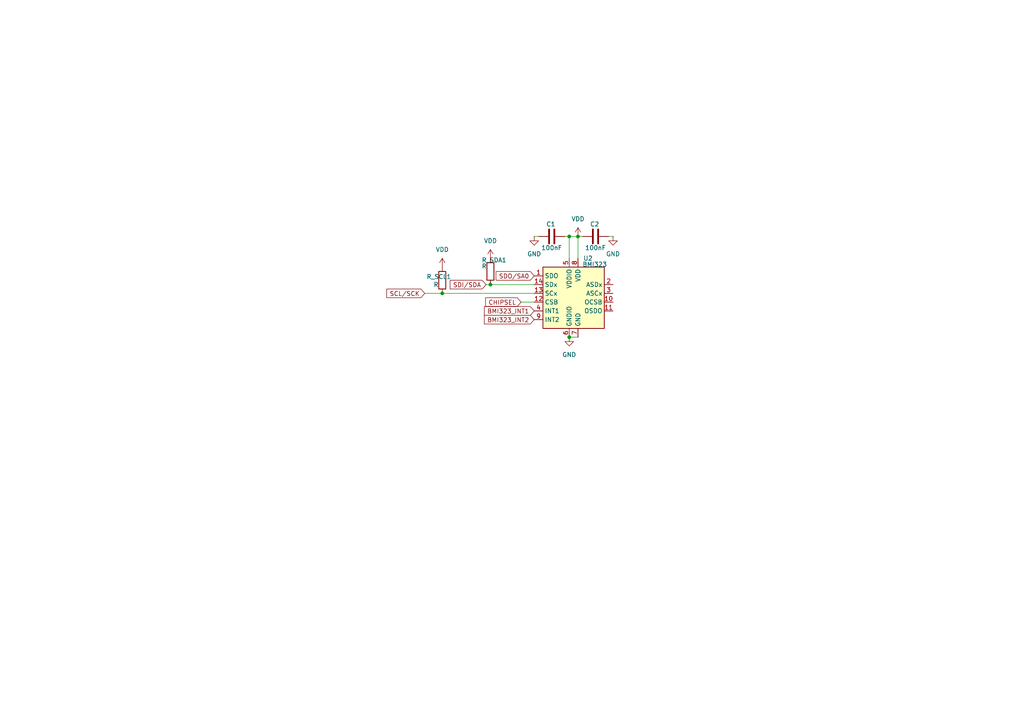
<source format=kicad_sch>
(kicad_sch (version 20250114) (generator "eeschema") (generator_version "9.0")
  (paper "A4")
  (lib_symbols
    (symbol "Device:C" (pin_numbers (hide yes)) (pin_names (offset 0.254))
      (property "Reference" "C" (at 0.635 2.54 0))
      (property "Value" "C" (at 0.635 -2.54 0))
      (symbol "C_0_1"
        (polyline (pts (xy -2.032 0.762) (xy 2.032 0.762)) (stroke (width 0.508)))
        (polyline (pts (xy -2.032 -0.762) (xy 2.032 -0.762)) (stroke (width 0.508)))
      )
      (symbol "C_1_1"
        (pin passive line (at 0 3.81 270) (length 2.794) (name "~") (number "1"))
        (pin passive line (at 0 -3.81 90) (length 2.794) (name "~") (number "2"))
      )
    )
    (symbol "Device:R" (pin_numbers (hide yes)) (pin_names (offset 0))
      (property "Reference" "R" (at 2.032 0 90))
      (property "Value" "R" (at 0 0 90))
      (symbol "R_0_1"
        (rectangle (start -1.016 -2.54) (end 1.016 2.54) (stroke (width 0.254)))
      )
      (symbol "R_1_1"
        (pin passive line (at 0 3.81 270) (length 1.27) (name "~") (number "1"))
        (pin passive line (at 0 -3.81 90) (length 1.27) (name "~") (number "2"))
      )
    )
    (symbol "Sensor_Motion:BMI160"
      (property "Reference" "U" (at -10.16 8.89 0))
      (property "Value" "BMI160" (at 7.62 8.89 0))
      (symbol "BMI160_1_1"
        (rectangle (start -10.16 7.62) (end 7.62 -10.16) (stroke (width 0.254)) (fill (type background)))
        (pin bidirectional line (at -12.7 5.08 0) (length 2.54) (name "SDO") (number "1"))
        (pin bidirectional line (at -12.7 2.54 0) (length 2.54) (name "SDx") (number "14"))
        (pin input line (at -12.7 0 0) (length 2.54) (name "SCx") (number "13"))
        (pin input line (at -12.7 -2.54 0) (length 2.54) (name "CSB") (number "12"))
        (pin bidirectional line (at -12.7 -5.08 0) (length 2.54) (name "INT1") (number "4"))
        (pin bidirectional line (at -12.7 -7.62 0) (length 2.54) (name "INT2") (number "9"))
        (pin power_in line (at -2.54 10.16 270) (length 2.54) (name "VDDIO") (number "5"))
        (pin power_in line (at -2.54 -12.7 90) (length 2.54) (name "GNDIO") (number "6"))
        (pin power_in line (at 0 10.16 270) (length 2.54) (name "VDD") (number "8"))
        (pin power_in line (at 0 -12.7 90) (length 2.54) (name "GND") (number "7"))
        (pin bidirectional line (at 10.16 2.54 180) (length 2.54) (name "ASDx") (number "2"))
        (pin output line (at 10.16 0 180) (length 2.54) (name "ASCx") (number "3"))
        (pin bidirectional line (at 10.16 -2.54 180) (length 2.54) (name "OCSB") (number "10"))
        (pin bidirectional line (at 10.16 -5.08 180) (length 2.54) (name "OSDO") (number "11"))
      )
    )
    (symbol "power:GND" (power) (pin_numbers (hide yes)) (pin_names (offset 0) (hide yes))
      (property "Value" "GND" (at 0 -3.81 0))
      (symbol "GND_0_1"
        (polyline (pts (xy 0 0) (xy 0 -1.27) (xy 1.27 -1.27) (xy 0 -2.54) (xy -1.27 -1.27) (xy 0 -1.27)))
      )
      (symbol "GND_1_1"
        (pin power_in line (at 0 0 270) (length 0) (name "~") (number "1"))
      )
    )
    (symbol "power:VDD" (power) (pin_numbers (hide yes)) (pin_names (offset 0) (hide yes))
      (property "Value" "VDD" (at 0 3.556 0))
      (symbol "VDD_0_1"
        (polyline (pts (xy -0.762 1.27) (xy 0 2.54)))
        (polyline (pts (xy 0 2.54) (xy 0.762 1.27)))
        (polyline (pts (xy 0 0) (xy 0 2.54)))
      )
      (symbol "VDD_1_1"
        (pin power_in line (at 0 0 90) (length 0) (name "~") (number "1"))
      )
    )
  )
  (junction (at 165.1 97.79))
  (junction (at 165.1 68.58))
  (junction (at 128.27 85.09))
  (junction (at 142.24 82.55))
  (junction (at 167.64 68.58))
  (wire (pts (xy 151.13 87.63) (xy 154.94 87.63)))
  (wire (pts (xy 165.1 97.79) (xy 167.64 97.79)))
  (wire (pts (xy 128.27 85.09) (xy 154.94 85.09)))
  (wire (pts (xy 142.24 82.55) (xy 154.94 82.55)))
  (wire (pts (xy 167.64 68.58) (xy 167.64 74.93)))
  (wire (pts (xy 176.53 68.58) (xy 177.8 68.58)))
  (wire (pts (xy 165.1 68.58) (xy 165.1 74.93)))
  (wire (pts (xy 123.19 85.09) (xy 128.27 85.09)))
  (wire (pts (xy 165.1 68.58) (xy 167.64 68.58)))
  (wire (pts (xy 140.97 82.55) (xy 142.24 82.55)))
  (wire (pts (xy 154.94 68.58) (xy 156.21 68.58)))
  (wire (pts (xy 163.83 68.58) (xy 165.1 68.58)))
  (wire (pts (xy 167.64 68.58) (xy 168.91 68.58)))
  (global_label "SCL{slash}SCK" (shape input) (at 123.19 85.09 180) (property "Intersheetrefs" "${INTERSHEET_REFS}" (effects (hide yes))))
  (global_label "BMI323_INT1" (shape input) (at 154.94 90.17 180) (property "Intersheetrefs" "${INTERSHEET_REFS}" (effects (hide yes))))
  (global_label "SDO{slash}SA0" (shape input) (at 154.94 80.01 180) (property "Intersheetrefs" "${INTERSHEET_REFS}" (effects (hide yes))))
  (global_label "CHIPSEL" (shape input) (at 151.13 87.63 180) (property "Intersheetrefs" "${INTERSHEET_REFS}" (effects (hide yes))))
  (global_label "SDI{slash}SDA" (shape input) (at 140.97 82.55 180) (property "Intersheetrefs" "${INTERSHEET_REFS}" (effects (hide yes))))
  (global_label "BMI323_INT2" (shape input) (at 154.94 92.71 180) (property "Intersheetrefs" "${INTERSHEET_REFS}" (effects (hide yes))))
  (symbol (lib_id "power:GND") (at 154.94 68.58 0) (unit 1)
    (property "Reference" "#PWR04" (effects (hide yes)))
    (property "Value" "GND" (at 154.94 73.66 0))
    (property "Description" "Power symbol creates a global label with name \"GND\" , ground" (effects (hide yes)))
  )
  (symbol (lib_id "power:VDD") (at 128.27 77.47 0) (unit 1)
    (property "Reference" "#PWR08" (effects (hide yes)))
    (property "Value" "VDD" (at 128.27 72.39 0))
    (property "Description" "Power symbol creates a global label with name \"VDD\"" (effects (hide yes)))
  )
  (symbol (lib_id "power:VDD") (at 167.64 68.58 0) (unit 1)
    (property "Reference" "#PWR06" (effects (hide yes)))
    (property "Value" "VDD" (at 167.64 63.5 0))
    (property "Description" "Power symbol creates a global label with name \"VDD\"" (effects (hide yes)))
  )
  (symbol (lib_id "Device:R") (at 142.24 78.74 0) (unit 1)
    (property "Reference" "R_SDA1" (at 139.7 75.438 0) (effects (justify left)))
    (property "Value" "R" (at 139.7 77.216 0) (effects (justify left)))
    (property "Footprint" "Resistor_SMD:R_0603_1608Metric" (effects (hide yes)))
    (property "Description" "Resistor" (effects (hide yes)))
  )
  (symbol (lib_id "power:VDD") (at 142.24 74.93 0) (unit 1)
    (property "Reference" "#PWR09" (effects (hide yes)))
    (property "Value" "VDD" (at 142.24 69.85 0))
    (property "Description" "Power symbol creates a global label with name \"VDD\"" (effects (hide yes)))
  )
  (symbol (lib_id "Device:C") (at 160.02 68.58 90) (unit 1)
    (property "Reference" "C1" (at 159.766 65.024 90))
    (property "Value" "100nF" (at 160.02 71.882 90))
    (property "Footprint" "Capacitor_SMD:C_0504_1310Metric" (effects (hide yes)))
    (property "Description" "Unpolarized capacitor" (effects (hide yes)))
  )
  (symbol (lib_id "Device:C") (at 172.72 68.58 90) (unit 1)
    (property "Reference" "C2" (at 172.466 65.024 90))
    (property "Value" "100nF" (at 172.72 71.882 90))
    (property "Footprint" "Capacitor_SMD:C_0504_1310Metric" (effects (hide yes)))
    (property "Description" "Unpolarized capacitor" (effects (hide yes)))
  )
  (symbol (lib_id "Device:R") (at 128.27 81.28 0) (unit 1)
    (property "Reference" "R_SCL1" (at 123.698 80.264 0) (effects (justify left)))
    (property "Value" "R" (at 125.73 82.55 0) (effects (justify left)))
    (property "Footprint" "Resistor_SMD:R_0603_1608Metric" (effects (hide yes)))
    (property "Description" "Resistor" (effects (hide yes)))
  )
  (symbol (lib_id "power:GND") (at 177.8 68.58 0) (unit 1)
    (property "Reference" "#PWR05" (effects (hide yes)))
    (property "Value" "GND" (at 177.8 73.66 0))
    (property "Description" "Power symbol creates a global label with name \"GND\" , ground" (effects (hide yes)))
  )
  (symbol (lib_id "power:GND") (at 165.1 97.79 0) (unit 1)
    (property "Reference" "#PWR03" (effects (hide yes)))
    (property "Value" "GND" (at 165.1 102.87 0))
    (property "Description" "Power symbol creates a global label with name \"GND\" , ground" (effects (hide yes)))
  )
  (symbol (lib_id "Sensor_Motion:BMI160") (at 167.64 85.09 0) (unit 1)
    (property "Reference" "U2" (at 169.164 74.93 0) (effects (justify left)))
    (property "Value" "BMI323" (at 168.91 76.708 0) (effects (justify left)))
    (property "Footprint" "Package_LGA:Bosch_LGA-14_3x2.5mm_P0.5mm" (effects (hide yes)))
    (property "Datasheet" "https://www.bosch-sensortec.com/media/boschsensortec/downloads/datasheets/bst-bmi160-ds000.pdf" (effects (hide yes)))
    (property "Description" "Small, low power inertial measurement unit, LGA-14" (effects (hide yes)))
  )
)
</source>
